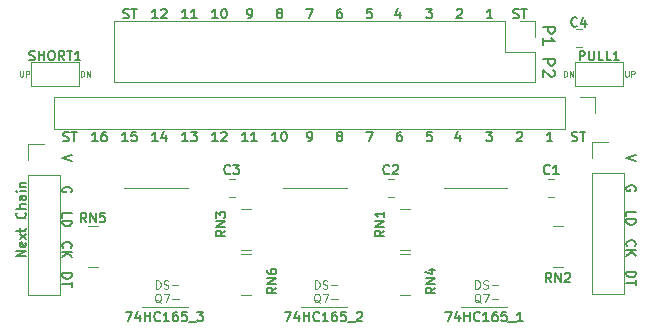
<source format=gbr>
%TF.GenerationSoftware,KiCad,Pcbnew,(6.0.2)*%
%TF.CreationDate,2022-04-10T16:45:17+09:00*%
%TF.ProjectId,joystick-input,6a6f7973-7469-4636-9b2d-696e7075742e,rev?*%
%TF.SameCoordinates,Original*%
%TF.FileFunction,Legend,Top*%
%TF.FilePolarity,Positive*%
%FSLAX46Y46*%
G04 Gerber Fmt 4.6, Leading zero omitted, Abs format (unit mm)*
G04 Created by KiCad (PCBNEW (6.0.2)) date 2022-04-10 16:45:17*
%MOMM*%
%LPD*%
G01*
G04 APERTURE LIST*
%ADD10C,0.150000*%
%ADD11C,0.100000*%
%ADD12C,0.125000*%
%ADD13C,0.120000*%
G04 APERTURE END LIST*
D10*
X116897095Y-81521333D02*
X116097095Y-81788000D01*
X116897095Y-82054666D01*
X116179666Y-80333809D02*
X116293952Y-80371904D01*
X116484428Y-80371904D01*
X116560619Y-80333809D01*
X116598714Y-80295714D01*
X116636809Y-80219523D01*
X116636809Y-80143333D01*
X116598714Y-80067142D01*
X116560619Y-80029047D01*
X116484428Y-79990952D01*
X116332047Y-79952857D01*
X116255857Y-79914761D01*
X116217761Y-79876666D01*
X116179666Y-79800476D01*
X116179666Y-79724285D01*
X116217761Y-79648095D01*
X116255857Y-79610000D01*
X116332047Y-79571904D01*
X116522523Y-79571904D01*
X116636809Y-79610000D01*
X116865380Y-79571904D02*
X117322523Y-79571904D01*
X117093952Y-80371904D02*
X117093952Y-79571904D01*
X164649095Y-81521333D02*
X163849095Y-81788000D01*
X164649095Y-82054666D01*
D11*
X124018000Y-92844166D02*
X124018000Y-92144166D01*
X124184666Y-92144166D01*
X124284666Y-92177500D01*
X124351333Y-92244166D01*
X124384666Y-92310833D01*
X124418000Y-92444166D01*
X124418000Y-92544166D01*
X124384666Y-92677500D01*
X124351333Y-92744166D01*
X124284666Y-92810833D01*
X124184666Y-92844166D01*
X124018000Y-92844166D01*
X124684666Y-92810833D02*
X124784666Y-92844166D01*
X124951333Y-92844166D01*
X125018000Y-92810833D01*
X125051333Y-92777500D01*
X125084666Y-92710833D01*
X125084666Y-92644166D01*
X125051333Y-92577500D01*
X125018000Y-92544166D01*
X124951333Y-92510833D01*
X124818000Y-92477500D01*
X124751333Y-92444166D01*
X124718000Y-92410833D01*
X124684666Y-92344166D01*
X124684666Y-92277500D01*
X124718000Y-92210833D01*
X124751333Y-92177500D01*
X124818000Y-92144166D01*
X124984666Y-92144166D01*
X125084666Y-92177500D01*
X125384666Y-92577500D02*
X125918000Y-92577500D01*
X124468000Y-94037833D02*
X124401333Y-94004500D01*
X124334666Y-93937833D01*
X124234666Y-93837833D01*
X124168000Y-93804500D01*
X124101333Y-93804500D01*
X124134666Y-93971166D02*
X124068000Y-93937833D01*
X124001333Y-93871166D01*
X123968000Y-93737833D01*
X123968000Y-93504500D01*
X124001333Y-93371166D01*
X124068000Y-93304500D01*
X124134666Y-93271166D01*
X124268000Y-93271166D01*
X124334666Y-93304500D01*
X124401333Y-93371166D01*
X124434666Y-93504500D01*
X124434666Y-93737833D01*
X124401333Y-93871166D01*
X124334666Y-93937833D01*
X124268000Y-93971166D01*
X124134666Y-93971166D01*
X124668000Y-93271166D02*
X125134666Y-93271166D01*
X124834666Y-93971166D01*
X125401333Y-93704500D02*
X125934666Y-93704500D01*
X151069000Y-92844166D02*
X151069000Y-92144166D01*
X151235666Y-92144166D01*
X151335666Y-92177500D01*
X151402333Y-92244166D01*
X151435666Y-92310833D01*
X151469000Y-92444166D01*
X151469000Y-92544166D01*
X151435666Y-92677500D01*
X151402333Y-92744166D01*
X151335666Y-92810833D01*
X151235666Y-92844166D01*
X151069000Y-92844166D01*
X151735666Y-92810833D02*
X151835666Y-92844166D01*
X152002333Y-92844166D01*
X152069000Y-92810833D01*
X152102333Y-92777500D01*
X152135666Y-92710833D01*
X152135666Y-92644166D01*
X152102333Y-92577500D01*
X152069000Y-92544166D01*
X152002333Y-92510833D01*
X151869000Y-92477500D01*
X151802333Y-92444166D01*
X151769000Y-92410833D01*
X151735666Y-92344166D01*
X151735666Y-92277500D01*
X151769000Y-92210833D01*
X151802333Y-92177500D01*
X151869000Y-92144166D01*
X152035666Y-92144166D01*
X152135666Y-92177500D01*
X152435666Y-92577500D02*
X152969000Y-92577500D01*
X151519000Y-94037833D02*
X151452333Y-94004500D01*
X151385666Y-93937833D01*
X151285666Y-93837833D01*
X151219000Y-93804500D01*
X151152333Y-93804500D01*
X151185666Y-93971166D02*
X151119000Y-93937833D01*
X151052333Y-93871166D01*
X151019000Y-93737833D01*
X151019000Y-93504500D01*
X151052333Y-93371166D01*
X151119000Y-93304500D01*
X151185666Y-93271166D01*
X151319000Y-93271166D01*
X151385666Y-93304500D01*
X151452333Y-93371166D01*
X151485666Y-93504500D01*
X151485666Y-93737833D01*
X151452333Y-93871166D01*
X151385666Y-93937833D01*
X151319000Y-93971166D01*
X151185666Y-93971166D01*
X151719000Y-93271166D02*
X152185666Y-93271166D01*
X151885666Y-93971166D01*
X152452333Y-93704500D02*
X152985666Y-93704500D01*
D10*
X119100619Y-80371904D02*
X118643476Y-80371904D01*
X118872047Y-80371904D02*
X118872047Y-79571904D01*
X118795857Y-79686190D01*
X118719666Y-79762380D01*
X118643476Y-79800476D01*
X119786333Y-79571904D02*
X119633952Y-79571904D01*
X119557761Y-79610000D01*
X119519666Y-79648095D01*
X119443476Y-79762380D01*
X119405380Y-79914761D01*
X119405380Y-80219523D01*
X119443476Y-80295714D01*
X119481571Y-80333809D01*
X119557761Y-80371904D01*
X119710142Y-80371904D01*
X119786333Y-80333809D01*
X119824428Y-80295714D01*
X119862523Y-80219523D01*
X119862523Y-80029047D01*
X119824428Y-79952857D01*
X119786333Y-79914761D01*
X119710142Y-79876666D01*
X119557761Y-79876666D01*
X119481571Y-79914761D01*
X119443476Y-79952857D01*
X119405380Y-80029047D01*
X126720619Y-80371904D02*
X126263476Y-80371904D01*
X126492047Y-80371904D02*
X126492047Y-79571904D01*
X126415857Y-79686190D01*
X126339666Y-79762380D01*
X126263476Y-79800476D01*
X126987285Y-79571904D02*
X127482523Y-79571904D01*
X127215857Y-79876666D01*
X127330142Y-79876666D01*
X127406333Y-79914761D01*
X127444428Y-79952857D01*
X127482523Y-80029047D01*
X127482523Y-80219523D01*
X127444428Y-80295714D01*
X127406333Y-80333809D01*
X127330142Y-80371904D01*
X127101571Y-80371904D01*
X127025380Y-80333809D01*
X126987285Y-80295714D01*
X129260619Y-69957904D02*
X128803476Y-69957904D01*
X129032047Y-69957904D02*
X129032047Y-69157904D01*
X128955857Y-69272190D01*
X128879666Y-69348380D01*
X128803476Y-69386476D01*
X129755857Y-69157904D02*
X129832047Y-69157904D01*
X129908238Y-69196000D01*
X129946333Y-69234095D01*
X129984428Y-69310285D01*
X130022523Y-69462666D01*
X130022523Y-69653142D01*
X129984428Y-69805523D01*
X129946333Y-69881714D01*
X129908238Y-69919809D01*
X129832047Y-69957904D01*
X129755857Y-69957904D01*
X129679666Y-69919809D01*
X129641571Y-69881714D01*
X129603476Y-69805523D01*
X129565380Y-69653142D01*
X129565380Y-69462666D01*
X129603476Y-69310285D01*
X129641571Y-69234095D01*
X129679666Y-69196000D01*
X129755857Y-69157904D01*
X134416809Y-69500761D02*
X134340619Y-69462666D01*
X134302523Y-69424571D01*
X134264428Y-69348380D01*
X134264428Y-69310285D01*
X134302523Y-69234095D01*
X134340619Y-69196000D01*
X134416809Y-69157904D01*
X134569190Y-69157904D01*
X134645380Y-69196000D01*
X134683476Y-69234095D01*
X134721571Y-69310285D01*
X134721571Y-69348380D01*
X134683476Y-69424571D01*
X134645380Y-69462666D01*
X134569190Y-69500761D01*
X134416809Y-69500761D01*
X134340619Y-69538857D01*
X134302523Y-69576952D01*
X134264428Y-69653142D01*
X134264428Y-69805523D01*
X134302523Y-69881714D01*
X134340619Y-69919809D01*
X134416809Y-69957904D01*
X134569190Y-69957904D01*
X134645380Y-69919809D01*
X134683476Y-69881714D01*
X134721571Y-69805523D01*
X134721571Y-69653142D01*
X134683476Y-69576952D01*
X134645380Y-69538857D01*
X134569190Y-69500761D01*
X139725380Y-69157904D02*
X139573000Y-69157904D01*
X139496809Y-69196000D01*
X139458714Y-69234095D01*
X139382523Y-69348380D01*
X139344428Y-69500761D01*
X139344428Y-69805523D01*
X139382523Y-69881714D01*
X139420619Y-69919809D01*
X139496809Y-69957904D01*
X139649190Y-69957904D01*
X139725380Y-69919809D01*
X139763476Y-69881714D01*
X139801571Y-69805523D01*
X139801571Y-69615047D01*
X139763476Y-69538857D01*
X139725380Y-69500761D01*
X139649190Y-69462666D01*
X139496809Y-69462666D01*
X139420619Y-69500761D01*
X139382523Y-69538857D01*
X139344428Y-69615047D01*
X136766333Y-69157904D02*
X137299666Y-69157904D01*
X136956809Y-69957904D01*
X131800619Y-69957904D02*
X131953000Y-69957904D01*
X132029190Y-69919809D01*
X132067285Y-69881714D01*
X132143476Y-69767428D01*
X132181571Y-69615047D01*
X132181571Y-69310285D01*
X132143476Y-69234095D01*
X132105380Y-69196000D01*
X132029190Y-69157904D01*
X131876809Y-69157904D01*
X131800619Y-69196000D01*
X131762523Y-69234095D01*
X131724428Y-69310285D01*
X131724428Y-69500761D01*
X131762523Y-69576952D01*
X131800619Y-69615047D01*
X131876809Y-69653142D01*
X132029190Y-69653142D01*
X132105380Y-69615047D01*
X132143476Y-69576952D01*
X132181571Y-69500761D01*
X144678380Y-69424571D02*
X144678380Y-69957904D01*
X144487904Y-69119809D02*
X144297428Y-69691238D01*
X144792666Y-69691238D01*
X149504428Y-69234095D02*
X149542523Y-69196000D01*
X149618714Y-69157904D01*
X149809190Y-69157904D01*
X149885380Y-69196000D01*
X149923476Y-69234095D01*
X149961571Y-69310285D01*
X149961571Y-69386476D01*
X149923476Y-69500761D01*
X149466333Y-69957904D01*
X149961571Y-69957904D01*
X152501571Y-69957904D02*
X152044428Y-69957904D01*
X152273000Y-69957904D02*
X152273000Y-69157904D01*
X152196809Y-69272190D01*
X152120619Y-69348380D01*
X152044428Y-69386476D01*
X142303476Y-69157904D02*
X141922523Y-69157904D01*
X141884428Y-69538857D01*
X141922523Y-69500761D01*
X141998714Y-69462666D01*
X142189190Y-69462666D01*
X142265380Y-69500761D01*
X142303476Y-69538857D01*
X142341571Y-69615047D01*
X142341571Y-69805523D01*
X142303476Y-69881714D01*
X142265380Y-69919809D01*
X142189190Y-69957904D01*
X141998714Y-69957904D01*
X141922523Y-69919809D01*
X141884428Y-69881714D01*
X126720619Y-69957904D02*
X126263476Y-69957904D01*
X126492047Y-69957904D02*
X126492047Y-69157904D01*
X126415857Y-69272190D01*
X126339666Y-69348380D01*
X126263476Y-69386476D01*
X127482523Y-69957904D02*
X127025380Y-69957904D01*
X127253952Y-69957904D02*
X127253952Y-69157904D01*
X127177761Y-69272190D01*
X127101571Y-69348380D01*
X127025380Y-69386476D01*
X124180619Y-69957904D02*
X123723476Y-69957904D01*
X123952047Y-69957904D02*
X123952047Y-69157904D01*
X123875857Y-69272190D01*
X123799666Y-69348380D01*
X123723476Y-69386476D01*
X124485380Y-69234095D02*
X124523476Y-69196000D01*
X124599666Y-69157904D01*
X124790142Y-69157904D01*
X124866333Y-69196000D01*
X124904428Y-69234095D01*
X124942523Y-69310285D01*
X124942523Y-69386476D01*
X124904428Y-69500761D01*
X124447285Y-69957904D01*
X124942523Y-69957904D01*
X154279666Y-69919809D02*
X154393952Y-69957904D01*
X154584428Y-69957904D01*
X154660619Y-69919809D01*
X154698714Y-69881714D01*
X154736809Y-69805523D01*
X154736809Y-69729333D01*
X154698714Y-69653142D01*
X154660619Y-69615047D01*
X154584428Y-69576952D01*
X154432047Y-69538857D01*
X154355857Y-69500761D01*
X154317761Y-69462666D01*
X154279666Y-69386476D01*
X154279666Y-69310285D01*
X154317761Y-69234095D01*
X154355857Y-69196000D01*
X154432047Y-69157904D01*
X154622523Y-69157904D01*
X154736809Y-69196000D01*
X154965380Y-69157904D02*
X155422523Y-69157904D01*
X155193952Y-69957904D02*
X155193952Y-69157904D01*
X146926333Y-69157904D02*
X147421571Y-69157904D01*
X147154904Y-69462666D01*
X147269190Y-69462666D01*
X147345380Y-69500761D01*
X147383476Y-69538857D01*
X147421571Y-69615047D01*
X147421571Y-69805523D01*
X147383476Y-69881714D01*
X147345380Y-69919809D01*
X147269190Y-69957904D01*
X147040619Y-69957904D01*
X146964428Y-69919809D01*
X146926333Y-69881714D01*
X121259666Y-69919809D02*
X121373952Y-69957904D01*
X121564428Y-69957904D01*
X121640619Y-69919809D01*
X121678714Y-69881714D01*
X121716809Y-69805523D01*
X121716809Y-69729333D01*
X121678714Y-69653142D01*
X121640619Y-69615047D01*
X121564428Y-69576952D01*
X121412047Y-69538857D01*
X121335857Y-69500761D01*
X121297761Y-69462666D01*
X121259666Y-69386476D01*
X121259666Y-69310285D01*
X121297761Y-69234095D01*
X121335857Y-69196000D01*
X121412047Y-69157904D01*
X121602523Y-69157904D01*
X121716809Y-69196000D01*
X121945380Y-69157904D02*
X122402523Y-69157904D01*
X122173952Y-69957904D02*
X122173952Y-69157904D01*
X141846333Y-79571904D02*
X142379666Y-79571904D01*
X142036809Y-80371904D01*
X154584428Y-79648095D02*
X154622523Y-79610000D01*
X154698714Y-79571904D01*
X154889190Y-79571904D01*
X154965380Y-79610000D01*
X155003476Y-79648095D01*
X155041571Y-79724285D01*
X155041571Y-79800476D01*
X155003476Y-79914761D01*
X154546333Y-80371904D01*
X155041571Y-80371904D01*
X157581571Y-80371904D02*
X157124428Y-80371904D01*
X157353000Y-80371904D02*
X157353000Y-79571904D01*
X157276809Y-79686190D01*
X157200619Y-79762380D01*
X157124428Y-79800476D01*
X136880619Y-80371904D02*
X137033000Y-80371904D01*
X137109190Y-80333809D01*
X137147285Y-80295714D01*
X137223476Y-80181428D01*
X137261571Y-80029047D01*
X137261571Y-79724285D01*
X137223476Y-79648095D01*
X137185380Y-79610000D01*
X137109190Y-79571904D01*
X136956809Y-79571904D01*
X136880619Y-79610000D01*
X136842523Y-79648095D01*
X136804428Y-79724285D01*
X136804428Y-79914761D01*
X136842523Y-79990952D01*
X136880619Y-80029047D01*
X136956809Y-80067142D01*
X137109190Y-80067142D01*
X137185380Y-80029047D01*
X137223476Y-79990952D01*
X137261571Y-79914761D01*
X131800619Y-80371904D02*
X131343476Y-80371904D01*
X131572047Y-80371904D02*
X131572047Y-79571904D01*
X131495857Y-79686190D01*
X131419666Y-79762380D01*
X131343476Y-79800476D01*
X132562523Y-80371904D02*
X132105380Y-80371904D01*
X132333952Y-80371904D02*
X132333952Y-79571904D01*
X132257761Y-79686190D01*
X132181571Y-79762380D01*
X132105380Y-79800476D01*
X139496809Y-79914761D02*
X139420619Y-79876666D01*
X139382523Y-79838571D01*
X139344428Y-79762380D01*
X139344428Y-79724285D01*
X139382523Y-79648095D01*
X139420619Y-79610000D01*
X139496809Y-79571904D01*
X139649190Y-79571904D01*
X139725380Y-79610000D01*
X139763476Y-79648095D01*
X139801571Y-79724285D01*
X139801571Y-79762380D01*
X139763476Y-79838571D01*
X139725380Y-79876666D01*
X139649190Y-79914761D01*
X139496809Y-79914761D01*
X139420619Y-79952857D01*
X139382523Y-79990952D01*
X139344428Y-80067142D01*
X139344428Y-80219523D01*
X139382523Y-80295714D01*
X139420619Y-80333809D01*
X139496809Y-80371904D01*
X139649190Y-80371904D01*
X139725380Y-80333809D01*
X139763476Y-80295714D01*
X139801571Y-80219523D01*
X139801571Y-80067142D01*
X139763476Y-79990952D01*
X139725380Y-79952857D01*
X139649190Y-79914761D01*
X134340619Y-80371904D02*
X133883476Y-80371904D01*
X134112047Y-80371904D02*
X134112047Y-79571904D01*
X134035857Y-79686190D01*
X133959666Y-79762380D01*
X133883476Y-79800476D01*
X134835857Y-79571904D02*
X134912047Y-79571904D01*
X134988238Y-79610000D01*
X135026333Y-79648095D01*
X135064428Y-79724285D01*
X135102523Y-79876666D01*
X135102523Y-80067142D01*
X135064428Y-80219523D01*
X135026333Y-80295714D01*
X134988238Y-80333809D01*
X134912047Y-80371904D01*
X134835857Y-80371904D01*
X134759666Y-80333809D01*
X134721571Y-80295714D01*
X134683476Y-80219523D01*
X134645380Y-80067142D01*
X134645380Y-79876666D01*
X134683476Y-79724285D01*
X134721571Y-79648095D01*
X134759666Y-79610000D01*
X134835857Y-79571904D01*
X149758380Y-79838571D02*
X149758380Y-80371904D01*
X149567904Y-79533809D02*
X149377428Y-80105238D01*
X149872666Y-80105238D01*
X129260619Y-80371904D02*
X128803476Y-80371904D01*
X129032047Y-80371904D02*
X129032047Y-79571904D01*
X128955857Y-79686190D01*
X128879666Y-79762380D01*
X128803476Y-79800476D01*
X129565380Y-79648095D02*
X129603476Y-79610000D01*
X129679666Y-79571904D01*
X129870142Y-79571904D01*
X129946333Y-79610000D01*
X129984428Y-79648095D01*
X130022523Y-79724285D01*
X130022523Y-79800476D01*
X129984428Y-79914761D01*
X129527285Y-80371904D01*
X130022523Y-80371904D01*
X159232666Y-80333809D02*
X159346952Y-80371904D01*
X159537428Y-80371904D01*
X159613619Y-80333809D01*
X159651714Y-80295714D01*
X159689809Y-80219523D01*
X159689809Y-80143333D01*
X159651714Y-80067142D01*
X159613619Y-80029047D01*
X159537428Y-79990952D01*
X159385047Y-79952857D01*
X159308857Y-79914761D01*
X159270761Y-79876666D01*
X159232666Y-79800476D01*
X159232666Y-79724285D01*
X159270761Y-79648095D01*
X159308857Y-79610000D01*
X159385047Y-79571904D01*
X159575523Y-79571904D01*
X159689809Y-79610000D01*
X159918380Y-79571904D02*
X160375523Y-79571904D01*
X160146952Y-80371904D02*
X160146952Y-79571904D01*
X152006333Y-79571904D02*
X152501571Y-79571904D01*
X152234904Y-79876666D01*
X152349190Y-79876666D01*
X152425380Y-79914761D01*
X152463476Y-79952857D01*
X152501571Y-80029047D01*
X152501571Y-80219523D01*
X152463476Y-80295714D01*
X152425380Y-80333809D01*
X152349190Y-80371904D01*
X152120619Y-80371904D01*
X152044428Y-80333809D01*
X152006333Y-80295714D01*
X147383476Y-79571904D02*
X147002523Y-79571904D01*
X146964428Y-79952857D01*
X147002523Y-79914761D01*
X147078714Y-79876666D01*
X147269190Y-79876666D01*
X147345380Y-79914761D01*
X147383476Y-79952857D01*
X147421571Y-80029047D01*
X147421571Y-80219523D01*
X147383476Y-80295714D01*
X147345380Y-80333809D01*
X147269190Y-80371904D01*
X147078714Y-80371904D01*
X147002523Y-80333809D01*
X146964428Y-80295714D01*
X144805380Y-79571904D02*
X144653000Y-79571904D01*
X144576809Y-79610000D01*
X144538714Y-79648095D01*
X144462523Y-79762380D01*
X144424428Y-79914761D01*
X144424428Y-80219523D01*
X144462523Y-80295714D01*
X144500619Y-80333809D01*
X144576809Y-80371904D01*
X144729190Y-80371904D01*
X144805380Y-80333809D01*
X144843476Y-80295714D01*
X144881571Y-80219523D01*
X144881571Y-80029047D01*
X144843476Y-79952857D01*
X144805380Y-79914761D01*
X144729190Y-79876666D01*
X144576809Y-79876666D01*
X144500619Y-79914761D01*
X144462523Y-79952857D01*
X144424428Y-80029047D01*
X113010904Y-90099761D02*
X112210904Y-90099761D01*
X113010904Y-89642619D01*
X112210904Y-89642619D01*
X112972809Y-88956904D02*
X113010904Y-89033095D01*
X113010904Y-89185476D01*
X112972809Y-89261666D01*
X112896619Y-89299761D01*
X112591857Y-89299761D01*
X112515666Y-89261666D01*
X112477571Y-89185476D01*
X112477571Y-89033095D01*
X112515666Y-88956904D01*
X112591857Y-88918809D01*
X112668047Y-88918809D01*
X112744238Y-89299761D01*
X113010904Y-88652142D02*
X112477571Y-88233095D01*
X112477571Y-88652142D02*
X113010904Y-88233095D01*
X112477571Y-88042619D02*
X112477571Y-87737857D01*
X112210904Y-87928333D02*
X112896619Y-87928333D01*
X112972809Y-87890238D01*
X113010904Y-87814047D01*
X113010904Y-87737857D01*
X112934714Y-86404523D02*
X112972809Y-86442619D01*
X113010904Y-86556904D01*
X113010904Y-86633095D01*
X112972809Y-86747380D01*
X112896619Y-86823571D01*
X112820428Y-86861666D01*
X112668047Y-86899761D01*
X112553761Y-86899761D01*
X112401380Y-86861666D01*
X112325190Y-86823571D01*
X112249000Y-86747380D01*
X112210904Y-86633095D01*
X112210904Y-86556904D01*
X112249000Y-86442619D01*
X112287095Y-86404523D01*
X113010904Y-86061666D02*
X112210904Y-86061666D01*
X113010904Y-85718809D02*
X112591857Y-85718809D01*
X112515666Y-85756904D01*
X112477571Y-85833095D01*
X112477571Y-85947380D01*
X112515666Y-86023571D01*
X112553761Y-86061666D01*
X113010904Y-84995000D02*
X112591857Y-84995000D01*
X112515666Y-85033095D01*
X112477571Y-85109285D01*
X112477571Y-85261666D01*
X112515666Y-85337857D01*
X112972809Y-84995000D02*
X113010904Y-85071190D01*
X113010904Y-85261666D01*
X112972809Y-85337857D01*
X112896619Y-85375952D01*
X112820428Y-85375952D01*
X112744238Y-85337857D01*
X112706142Y-85261666D01*
X112706142Y-85071190D01*
X112668047Y-84995000D01*
X113010904Y-84614047D02*
X112477571Y-84614047D01*
X112210904Y-84614047D02*
X112249000Y-84652142D01*
X112287095Y-84614047D01*
X112249000Y-84575952D01*
X112210904Y-84614047D01*
X112287095Y-84614047D01*
X112477571Y-84233095D02*
X113010904Y-84233095D01*
X112553761Y-84233095D02*
X112515666Y-84195000D01*
X112477571Y-84118809D01*
X112477571Y-84004523D01*
X112515666Y-83928333D01*
X112591857Y-83890238D01*
X113010904Y-83890238D01*
X156773619Y-70675761D02*
X157773619Y-70675761D01*
X157773619Y-71056714D01*
X157726000Y-71151952D01*
X157678380Y-71199571D01*
X157583142Y-71247190D01*
X157440285Y-71247190D01*
X157345047Y-71199571D01*
X157297428Y-71151952D01*
X157249809Y-71056714D01*
X157249809Y-70675761D01*
X156773619Y-72199571D02*
X156773619Y-71628142D01*
X156773619Y-71913857D02*
X157773619Y-71913857D01*
X157630761Y-71818619D01*
X157535523Y-71723380D01*
X157487904Y-71628142D01*
X156773619Y-73390047D02*
X157773619Y-73390047D01*
X157773619Y-73771000D01*
X157726000Y-73866238D01*
X157678380Y-73913857D01*
X157583142Y-73961476D01*
X157440285Y-73961476D01*
X157345047Y-73913857D01*
X157297428Y-73866238D01*
X157249809Y-73771000D01*
X157249809Y-73390047D01*
X157678380Y-74342428D02*
X157726000Y-74390047D01*
X157773619Y-74485285D01*
X157773619Y-74723380D01*
X157726000Y-74818619D01*
X157678380Y-74866238D01*
X157583142Y-74913857D01*
X157487904Y-74913857D01*
X157345047Y-74866238D01*
X156773619Y-74294809D01*
X156773619Y-74913857D01*
X116173285Y-89382619D02*
X116135190Y-89344523D01*
X116097095Y-89230238D01*
X116097095Y-89154047D01*
X116135190Y-89039761D01*
X116211380Y-88963571D01*
X116287571Y-88925476D01*
X116439952Y-88887380D01*
X116554238Y-88887380D01*
X116706619Y-88925476D01*
X116782809Y-88963571D01*
X116859000Y-89039761D01*
X116897095Y-89154047D01*
X116897095Y-89230238D01*
X116859000Y-89344523D01*
X116820904Y-89382619D01*
X116097095Y-89725476D02*
X116897095Y-89725476D01*
X116097095Y-90182619D02*
X116554238Y-89839761D01*
X116897095Y-90182619D02*
X116439952Y-89725476D01*
X116097095Y-91560714D02*
X116897095Y-91560714D01*
X116897095Y-91751190D01*
X116859000Y-91865476D01*
X116782809Y-91941666D01*
X116706619Y-91979761D01*
X116554238Y-92017857D01*
X116439952Y-92017857D01*
X116287571Y-91979761D01*
X116211380Y-91941666D01*
X116135190Y-91865476D01*
X116097095Y-91751190D01*
X116097095Y-91560714D01*
X116897095Y-92246428D02*
X116897095Y-92703571D01*
X116097095Y-92475000D02*
X116897095Y-92475000D01*
X116097095Y-86842619D02*
X116097095Y-86461666D01*
X116897095Y-86461666D01*
X116097095Y-87109285D02*
X116897095Y-87109285D01*
X116897095Y-87299761D01*
X116859000Y-87414047D01*
X116782809Y-87490238D01*
X116706619Y-87528333D01*
X116554238Y-87566428D01*
X116439952Y-87566428D01*
X116287571Y-87528333D01*
X116211380Y-87490238D01*
X116135190Y-87414047D01*
X116097095Y-87299761D01*
X116097095Y-87109285D01*
D11*
X137480000Y-92844166D02*
X137480000Y-92144166D01*
X137646666Y-92144166D01*
X137746666Y-92177500D01*
X137813333Y-92244166D01*
X137846666Y-92310833D01*
X137880000Y-92444166D01*
X137880000Y-92544166D01*
X137846666Y-92677500D01*
X137813333Y-92744166D01*
X137746666Y-92810833D01*
X137646666Y-92844166D01*
X137480000Y-92844166D01*
X138146666Y-92810833D02*
X138246666Y-92844166D01*
X138413333Y-92844166D01*
X138480000Y-92810833D01*
X138513333Y-92777500D01*
X138546666Y-92710833D01*
X138546666Y-92644166D01*
X138513333Y-92577500D01*
X138480000Y-92544166D01*
X138413333Y-92510833D01*
X138280000Y-92477500D01*
X138213333Y-92444166D01*
X138180000Y-92410833D01*
X138146666Y-92344166D01*
X138146666Y-92277500D01*
X138180000Y-92210833D01*
X138213333Y-92177500D01*
X138280000Y-92144166D01*
X138446666Y-92144166D01*
X138546666Y-92177500D01*
X138846666Y-92577500D02*
X139380000Y-92577500D01*
X137930000Y-94037833D02*
X137863333Y-94004500D01*
X137796666Y-93937833D01*
X137696666Y-93837833D01*
X137630000Y-93804500D01*
X137563333Y-93804500D01*
X137596666Y-93971166D02*
X137530000Y-93937833D01*
X137463333Y-93871166D01*
X137430000Y-93737833D01*
X137430000Y-93504500D01*
X137463333Y-93371166D01*
X137530000Y-93304500D01*
X137596666Y-93271166D01*
X137730000Y-93271166D01*
X137796666Y-93304500D01*
X137863333Y-93371166D01*
X137896666Y-93504500D01*
X137896666Y-93737833D01*
X137863333Y-93871166D01*
X137796666Y-93937833D01*
X137730000Y-93971166D01*
X137596666Y-93971166D01*
X138130000Y-93271166D02*
X138596666Y-93271166D01*
X138296666Y-93971166D01*
X138863333Y-93704500D02*
X139396666Y-93704500D01*
D10*
X163849095Y-86715619D02*
X163849095Y-86334666D01*
X164649095Y-86334666D01*
X163849095Y-86982285D02*
X164649095Y-86982285D01*
X164649095Y-87172761D01*
X164611000Y-87287047D01*
X164534809Y-87363238D01*
X164458619Y-87401333D01*
X164306238Y-87439428D01*
X164191952Y-87439428D01*
X164039571Y-87401333D01*
X163963380Y-87363238D01*
X163887190Y-87287047D01*
X163849095Y-87172761D01*
X163849095Y-86982285D01*
X124180619Y-80371904D02*
X123723476Y-80371904D01*
X123952047Y-80371904D02*
X123952047Y-79571904D01*
X123875857Y-79686190D01*
X123799666Y-79762380D01*
X123723476Y-79800476D01*
X124866333Y-79838571D02*
X124866333Y-80371904D01*
X124675857Y-79533809D02*
X124485380Y-80105238D01*
X124980619Y-80105238D01*
X163925285Y-89255619D02*
X163887190Y-89217523D01*
X163849095Y-89103238D01*
X163849095Y-89027047D01*
X163887190Y-88912761D01*
X163963380Y-88836571D01*
X164039571Y-88798476D01*
X164191952Y-88760380D01*
X164306238Y-88760380D01*
X164458619Y-88798476D01*
X164534809Y-88836571D01*
X164611000Y-88912761D01*
X164649095Y-89027047D01*
X164649095Y-89103238D01*
X164611000Y-89217523D01*
X164572904Y-89255619D01*
X163849095Y-89598476D02*
X164649095Y-89598476D01*
X163849095Y-90055619D02*
X164306238Y-89712761D01*
X164649095Y-90055619D02*
X164191952Y-89598476D01*
X164611000Y-84537523D02*
X164649095Y-84461333D01*
X164649095Y-84347047D01*
X164611000Y-84232761D01*
X164534809Y-84156571D01*
X164458619Y-84118476D01*
X164306238Y-84080380D01*
X164191952Y-84080380D01*
X164039571Y-84118476D01*
X163963380Y-84156571D01*
X163887190Y-84232761D01*
X163849095Y-84347047D01*
X163849095Y-84423238D01*
X163887190Y-84537523D01*
X163925285Y-84575619D01*
X164191952Y-84575619D01*
X164191952Y-84423238D01*
X116859000Y-84664523D02*
X116897095Y-84588333D01*
X116897095Y-84474047D01*
X116859000Y-84359761D01*
X116782809Y-84283571D01*
X116706619Y-84245476D01*
X116554238Y-84207380D01*
X116439952Y-84207380D01*
X116287571Y-84245476D01*
X116211380Y-84283571D01*
X116135190Y-84359761D01*
X116097095Y-84474047D01*
X116097095Y-84550238D01*
X116135190Y-84664523D01*
X116173285Y-84702619D01*
X116439952Y-84702619D01*
X116439952Y-84550238D01*
X163849095Y-91433714D02*
X164649095Y-91433714D01*
X164649095Y-91624190D01*
X164611000Y-91738476D01*
X164534809Y-91814666D01*
X164458619Y-91852761D01*
X164306238Y-91890857D01*
X164191952Y-91890857D01*
X164039571Y-91852761D01*
X163963380Y-91814666D01*
X163887190Y-91738476D01*
X163849095Y-91624190D01*
X163849095Y-91433714D01*
X164649095Y-92119428D02*
X164649095Y-92576571D01*
X163849095Y-92348000D02*
X164649095Y-92348000D01*
X121640619Y-80371904D02*
X121183476Y-80371904D01*
X121412047Y-80371904D02*
X121412047Y-79571904D01*
X121335857Y-79686190D01*
X121259666Y-79762380D01*
X121183476Y-79800476D01*
X122364428Y-79571904D02*
X121983476Y-79571904D01*
X121945380Y-79952857D01*
X121983476Y-79914761D01*
X122059666Y-79876666D01*
X122250142Y-79876666D01*
X122326333Y-79914761D01*
X122364428Y-79952857D01*
X122402523Y-80029047D01*
X122402523Y-80219523D01*
X122364428Y-80295714D01*
X122326333Y-80333809D01*
X122250142Y-80371904D01*
X122059666Y-80371904D01*
X121983476Y-80333809D01*
X121945380Y-80295714D01*
%TO.C,RN2*%
X157499119Y-92309904D02*
X157232452Y-91928952D01*
X157041976Y-92309904D02*
X157041976Y-91509904D01*
X157346738Y-91509904D01*
X157422928Y-91548000D01*
X157461023Y-91586095D01*
X157499119Y-91662285D01*
X157499119Y-91776571D01*
X157461023Y-91852761D01*
X157422928Y-91890857D01*
X157346738Y-91928952D01*
X157041976Y-91928952D01*
X157841976Y-92309904D02*
X157841976Y-91509904D01*
X158299119Y-92309904D01*
X158299119Y-91509904D01*
X158641976Y-91586095D02*
X158680071Y-91548000D01*
X158756261Y-91509904D01*
X158946738Y-91509904D01*
X159022928Y-91548000D01*
X159061023Y-91586095D01*
X159099119Y-91662285D01*
X159099119Y-91738476D01*
X159061023Y-91852761D01*
X158603880Y-92309904D01*
X159099119Y-92309904D01*
%TO.C,RN1*%
X143363904Y-87928380D02*
X142982952Y-88195047D01*
X143363904Y-88385523D02*
X142563904Y-88385523D01*
X142563904Y-88080761D01*
X142602000Y-88004571D01*
X142640095Y-87966476D01*
X142716285Y-87928380D01*
X142830571Y-87928380D01*
X142906761Y-87966476D01*
X142944857Y-88004571D01*
X142982952Y-88080761D01*
X142982952Y-88385523D01*
X143363904Y-87585523D02*
X142563904Y-87585523D01*
X143363904Y-87128380D01*
X142563904Y-87128380D01*
X143363904Y-86328380D02*
X143363904Y-86785523D01*
X143363904Y-86556952D02*
X142563904Y-86556952D01*
X142678190Y-86633142D01*
X142754380Y-86709333D01*
X142792476Y-86785523D01*
%TO.C,RN4*%
X147681904Y-92754380D02*
X147300952Y-93021047D01*
X147681904Y-93211523D02*
X146881904Y-93211523D01*
X146881904Y-92906761D01*
X146920000Y-92830571D01*
X146958095Y-92792476D01*
X147034285Y-92754380D01*
X147148571Y-92754380D01*
X147224761Y-92792476D01*
X147262857Y-92830571D01*
X147300952Y-92906761D01*
X147300952Y-93211523D01*
X147681904Y-92411523D02*
X146881904Y-92411523D01*
X147681904Y-91954380D01*
X146881904Y-91954380D01*
X147148571Y-91230571D02*
X147681904Y-91230571D01*
X146843809Y-91421047D02*
X147415238Y-91611523D01*
X147415238Y-91116285D01*
%TO.C,RN5*%
X118129119Y-87229904D02*
X117862452Y-86848952D01*
X117671976Y-87229904D02*
X117671976Y-86429904D01*
X117976738Y-86429904D01*
X118052928Y-86468000D01*
X118091023Y-86506095D01*
X118129119Y-86582285D01*
X118129119Y-86696571D01*
X118091023Y-86772761D01*
X118052928Y-86810857D01*
X117976738Y-86848952D01*
X117671976Y-86848952D01*
X118471976Y-87229904D02*
X118471976Y-86429904D01*
X118929119Y-87229904D01*
X118929119Y-86429904D01*
X119691023Y-86429904D02*
X119310071Y-86429904D01*
X119271976Y-86810857D01*
X119310071Y-86772761D01*
X119386261Y-86734666D01*
X119576738Y-86734666D01*
X119652928Y-86772761D01*
X119691023Y-86810857D01*
X119729119Y-86887047D01*
X119729119Y-87077523D01*
X119691023Y-87153714D01*
X119652928Y-87191809D01*
X119576738Y-87229904D01*
X119386261Y-87229904D01*
X119310071Y-87191809D01*
X119271976Y-87153714D01*
%TO.C,RN3*%
X129901904Y-87928380D02*
X129520952Y-88195047D01*
X129901904Y-88385523D02*
X129101904Y-88385523D01*
X129101904Y-88080761D01*
X129140000Y-88004571D01*
X129178095Y-87966476D01*
X129254285Y-87928380D01*
X129368571Y-87928380D01*
X129444761Y-87966476D01*
X129482857Y-88004571D01*
X129520952Y-88080761D01*
X129520952Y-88385523D01*
X129901904Y-87585523D02*
X129101904Y-87585523D01*
X129901904Y-87128380D01*
X129101904Y-87128380D01*
X129101904Y-86823619D02*
X129101904Y-86328380D01*
X129406666Y-86595047D01*
X129406666Y-86480761D01*
X129444761Y-86404571D01*
X129482857Y-86366476D01*
X129559047Y-86328380D01*
X129749523Y-86328380D01*
X129825714Y-86366476D01*
X129863809Y-86404571D01*
X129901904Y-86480761D01*
X129901904Y-86709333D01*
X129863809Y-86785523D01*
X129825714Y-86823619D01*
%TO.C,C1*%
X157346666Y-83089714D02*
X157308571Y-83127809D01*
X157194285Y-83165904D01*
X157118095Y-83165904D01*
X157003809Y-83127809D01*
X156927619Y-83051619D01*
X156889523Y-82975428D01*
X156851428Y-82823047D01*
X156851428Y-82708761D01*
X156889523Y-82556380D01*
X156927619Y-82480190D01*
X157003809Y-82404000D01*
X157118095Y-82365904D01*
X157194285Y-82365904D01*
X157308571Y-82404000D01*
X157346666Y-82442095D01*
X158108571Y-83165904D02*
X157651428Y-83165904D01*
X157880000Y-83165904D02*
X157880000Y-82365904D01*
X157803809Y-82480190D01*
X157727619Y-82556380D01*
X157651428Y-82594476D01*
%TO.C,74HC165_1*%
X148533261Y-94811904D02*
X149066595Y-94811904D01*
X148723738Y-95611904D01*
X149714214Y-95078571D02*
X149714214Y-95611904D01*
X149523738Y-94773809D02*
X149333261Y-95345238D01*
X149828500Y-95345238D01*
X150133261Y-95611904D02*
X150133261Y-94811904D01*
X150133261Y-95192857D02*
X150590404Y-95192857D01*
X150590404Y-95611904D02*
X150590404Y-94811904D01*
X151428500Y-95535714D02*
X151390404Y-95573809D01*
X151276119Y-95611904D01*
X151199928Y-95611904D01*
X151085642Y-95573809D01*
X151009452Y-95497619D01*
X150971357Y-95421428D01*
X150933261Y-95269047D01*
X150933261Y-95154761D01*
X150971357Y-95002380D01*
X151009452Y-94926190D01*
X151085642Y-94850000D01*
X151199928Y-94811904D01*
X151276119Y-94811904D01*
X151390404Y-94850000D01*
X151428500Y-94888095D01*
X152190404Y-95611904D02*
X151733261Y-95611904D01*
X151961833Y-95611904D02*
X151961833Y-94811904D01*
X151885642Y-94926190D01*
X151809452Y-95002380D01*
X151733261Y-95040476D01*
X152876119Y-94811904D02*
X152723738Y-94811904D01*
X152647547Y-94850000D01*
X152609452Y-94888095D01*
X152533261Y-95002380D01*
X152495166Y-95154761D01*
X152495166Y-95459523D01*
X152533261Y-95535714D01*
X152571357Y-95573809D01*
X152647547Y-95611904D01*
X152799928Y-95611904D01*
X152876119Y-95573809D01*
X152914214Y-95535714D01*
X152952309Y-95459523D01*
X152952309Y-95269047D01*
X152914214Y-95192857D01*
X152876119Y-95154761D01*
X152799928Y-95116666D01*
X152647547Y-95116666D01*
X152571357Y-95154761D01*
X152533261Y-95192857D01*
X152495166Y-95269047D01*
X153676119Y-94811904D02*
X153295166Y-94811904D01*
X153257071Y-95192857D01*
X153295166Y-95154761D01*
X153371357Y-95116666D01*
X153561833Y-95116666D01*
X153638023Y-95154761D01*
X153676119Y-95192857D01*
X153714214Y-95269047D01*
X153714214Y-95459523D01*
X153676119Y-95535714D01*
X153638023Y-95573809D01*
X153561833Y-95611904D01*
X153371357Y-95611904D01*
X153295166Y-95573809D01*
X153257071Y-95535714D01*
X153866595Y-95688095D02*
X154476119Y-95688095D01*
X155085642Y-95611904D02*
X154628500Y-95611904D01*
X154857071Y-95611904D02*
X154857071Y-94811904D01*
X154780880Y-94926190D01*
X154704690Y-95002380D01*
X154628500Y-95040476D01*
%TO.C,74HC165_2*%
X134944261Y-94811904D02*
X135477595Y-94811904D01*
X135134738Y-95611904D01*
X136125214Y-95078571D02*
X136125214Y-95611904D01*
X135934738Y-94773809D02*
X135744261Y-95345238D01*
X136239500Y-95345238D01*
X136544261Y-95611904D02*
X136544261Y-94811904D01*
X136544261Y-95192857D02*
X137001404Y-95192857D01*
X137001404Y-95611904D02*
X137001404Y-94811904D01*
X137839500Y-95535714D02*
X137801404Y-95573809D01*
X137687119Y-95611904D01*
X137610928Y-95611904D01*
X137496642Y-95573809D01*
X137420452Y-95497619D01*
X137382357Y-95421428D01*
X137344261Y-95269047D01*
X137344261Y-95154761D01*
X137382357Y-95002380D01*
X137420452Y-94926190D01*
X137496642Y-94850000D01*
X137610928Y-94811904D01*
X137687119Y-94811904D01*
X137801404Y-94850000D01*
X137839500Y-94888095D01*
X138601404Y-95611904D02*
X138144261Y-95611904D01*
X138372833Y-95611904D02*
X138372833Y-94811904D01*
X138296642Y-94926190D01*
X138220452Y-95002380D01*
X138144261Y-95040476D01*
X139287119Y-94811904D02*
X139134738Y-94811904D01*
X139058547Y-94850000D01*
X139020452Y-94888095D01*
X138944261Y-95002380D01*
X138906166Y-95154761D01*
X138906166Y-95459523D01*
X138944261Y-95535714D01*
X138982357Y-95573809D01*
X139058547Y-95611904D01*
X139210928Y-95611904D01*
X139287119Y-95573809D01*
X139325214Y-95535714D01*
X139363309Y-95459523D01*
X139363309Y-95269047D01*
X139325214Y-95192857D01*
X139287119Y-95154761D01*
X139210928Y-95116666D01*
X139058547Y-95116666D01*
X138982357Y-95154761D01*
X138944261Y-95192857D01*
X138906166Y-95269047D01*
X140087119Y-94811904D02*
X139706166Y-94811904D01*
X139668071Y-95192857D01*
X139706166Y-95154761D01*
X139782357Y-95116666D01*
X139972833Y-95116666D01*
X140049023Y-95154761D01*
X140087119Y-95192857D01*
X140125214Y-95269047D01*
X140125214Y-95459523D01*
X140087119Y-95535714D01*
X140049023Y-95573809D01*
X139972833Y-95611904D01*
X139782357Y-95611904D01*
X139706166Y-95573809D01*
X139668071Y-95535714D01*
X140277595Y-95688095D02*
X140887119Y-95688095D01*
X141039500Y-94888095D02*
X141077595Y-94850000D01*
X141153785Y-94811904D01*
X141344261Y-94811904D01*
X141420452Y-94850000D01*
X141458547Y-94888095D01*
X141496642Y-94964285D01*
X141496642Y-95040476D01*
X141458547Y-95154761D01*
X141001404Y-95611904D01*
X141496642Y-95611904D01*
%TO.C,74HC165_3*%
X121482261Y-94811904D02*
X122015595Y-94811904D01*
X121672738Y-95611904D01*
X122663214Y-95078571D02*
X122663214Y-95611904D01*
X122472738Y-94773809D02*
X122282261Y-95345238D01*
X122777500Y-95345238D01*
X123082261Y-95611904D02*
X123082261Y-94811904D01*
X123082261Y-95192857D02*
X123539404Y-95192857D01*
X123539404Y-95611904D02*
X123539404Y-94811904D01*
X124377500Y-95535714D02*
X124339404Y-95573809D01*
X124225119Y-95611904D01*
X124148928Y-95611904D01*
X124034642Y-95573809D01*
X123958452Y-95497619D01*
X123920357Y-95421428D01*
X123882261Y-95269047D01*
X123882261Y-95154761D01*
X123920357Y-95002380D01*
X123958452Y-94926190D01*
X124034642Y-94850000D01*
X124148928Y-94811904D01*
X124225119Y-94811904D01*
X124339404Y-94850000D01*
X124377500Y-94888095D01*
X125139404Y-95611904D02*
X124682261Y-95611904D01*
X124910833Y-95611904D02*
X124910833Y-94811904D01*
X124834642Y-94926190D01*
X124758452Y-95002380D01*
X124682261Y-95040476D01*
X125825119Y-94811904D02*
X125672738Y-94811904D01*
X125596547Y-94850000D01*
X125558452Y-94888095D01*
X125482261Y-95002380D01*
X125444166Y-95154761D01*
X125444166Y-95459523D01*
X125482261Y-95535714D01*
X125520357Y-95573809D01*
X125596547Y-95611904D01*
X125748928Y-95611904D01*
X125825119Y-95573809D01*
X125863214Y-95535714D01*
X125901309Y-95459523D01*
X125901309Y-95269047D01*
X125863214Y-95192857D01*
X125825119Y-95154761D01*
X125748928Y-95116666D01*
X125596547Y-95116666D01*
X125520357Y-95154761D01*
X125482261Y-95192857D01*
X125444166Y-95269047D01*
X126625119Y-94811904D02*
X126244166Y-94811904D01*
X126206071Y-95192857D01*
X126244166Y-95154761D01*
X126320357Y-95116666D01*
X126510833Y-95116666D01*
X126587023Y-95154761D01*
X126625119Y-95192857D01*
X126663214Y-95269047D01*
X126663214Y-95459523D01*
X126625119Y-95535714D01*
X126587023Y-95573809D01*
X126510833Y-95611904D01*
X126320357Y-95611904D01*
X126244166Y-95573809D01*
X126206071Y-95535714D01*
X126815595Y-95688095D02*
X127425119Y-95688095D01*
X127539404Y-94811904D02*
X128034642Y-94811904D01*
X127767976Y-95116666D01*
X127882261Y-95116666D01*
X127958452Y-95154761D01*
X127996547Y-95192857D01*
X128034642Y-95269047D01*
X128034642Y-95459523D01*
X127996547Y-95535714D01*
X127958452Y-95573809D01*
X127882261Y-95611904D01*
X127653690Y-95611904D01*
X127577500Y-95573809D01*
X127539404Y-95535714D01*
%TO.C,C2*%
X143757666Y-83089714D02*
X143719571Y-83127809D01*
X143605285Y-83165904D01*
X143529095Y-83165904D01*
X143414809Y-83127809D01*
X143338619Y-83051619D01*
X143300523Y-82975428D01*
X143262428Y-82823047D01*
X143262428Y-82708761D01*
X143300523Y-82556380D01*
X143338619Y-82480190D01*
X143414809Y-82404000D01*
X143529095Y-82365904D01*
X143605285Y-82365904D01*
X143719571Y-82404000D01*
X143757666Y-82442095D01*
X144062428Y-82442095D02*
X144100523Y-82404000D01*
X144176714Y-82365904D01*
X144367190Y-82365904D01*
X144443380Y-82404000D01*
X144481476Y-82442095D01*
X144519571Y-82518285D01*
X144519571Y-82594476D01*
X144481476Y-82708761D01*
X144024333Y-83165904D01*
X144519571Y-83165904D01*
%TO.C,C3*%
X130295666Y-83089714D02*
X130257571Y-83127809D01*
X130143285Y-83165904D01*
X130067095Y-83165904D01*
X129952809Y-83127809D01*
X129876619Y-83051619D01*
X129838523Y-82975428D01*
X129800428Y-82823047D01*
X129800428Y-82708761D01*
X129838523Y-82556380D01*
X129876619Y-82480190D01*
X129952809Y-82404000D01*
X130067095Y-82365904D01*
X130143285Y-82365904D01*
X130257571Y-82404000D01*
X130295666Y-82442095D01*
X130562333Y-82365904D02*
X131057571Y-82365904D01*
X130790904Y-82670666D01*
X130905190Y-82670666D01*
X130981380Y-82708761D01*
X131019476Y-82746857D01*
X131057571Y-82823047D01*
X131057571Y-83013523D01*
X131019476Y-83089714D01*
X130981380Y-83127809D01*
X130905190Y-83165904D01*
X130676619Y-83165904D01*
X130600428Y-83127809D01*
X130562333Y-83089714D01*
%TO.C,RN6*%
X134219904Y-92754380D02*
X133838952Y-93021047D01*
X134219904Y-93211523D02*
X133419904Y-93211523D01*
X133419904Y-92906761D01*
X133458000Y-92830571D01*
X133496095Y-92792476D01*
X133572285Y-92754380D01*
X133686571Y-92754380D01*
X133762761Y-92792476D01*
X133800857Y-92830571D01*
X133838952Y-92906761D01*
X133838952Y-93211523D01*
X134219904Y-92411523D02*
X133419904Y-92411523D01*
X134219904Y-91954380D01*
X133419904Y-91954380D01*
X133419904Y-91230571D02*
X133419904Y-91382952D01*
X133458000Y-91459142D01*
X133496095Y-91497238D01*
X133610380Y-91573428D01*
X133762761Y-91611523D01*
X134067523Y-91611523D01*
X134143714Y-91573428D01*
X134181809Y-91535333D01*
X134219904Y-91459142D01*
X134219904Y-91306761D01*
X134181809Y-91230571D01*
X134143714Y-91192476D01*
X134067523Y-91154380D01*
X133877047Y-91154380D01*
X133800857Y-91192476D01*
X133762761Y-91230571D01*
X133724666Y-91306761D01*
X133724666Y-91459142D01*
X133762761Y-91535333D01*
X133800857Y-91573428D01*
X133877047Y-91611523D01*
%TO.C,PULL1*%
X159886857Y-73513904D02*
X159886857Y-72713904D01*
X160191619Y-72713904D01*
X160267809Y-72752000D01*
X160305904Y-72790095D01*
X160344000Y-72866285D01*
X160344000Y-72980571D01*
X160305904Y-73056761D01*
X160267809Y-73094857D01*
X160191619Y-73132952D01*
X159886857Y-73132952D01*
X160686857Y-72713904D02*
X160686857Y-73361523D01*
X160724952Y-73437714D01*
X160763047Y-73475809D01*
X160839238Y-73513904D01*
X160991619Y-73513904D01*
X161067809Y-73475809D01*
X161105904Y-73437714D01*
X161144000Y-73361523D01*
X161144000Y-72713904D01*
X161905904Y-73513904D02*
X161524952Y-73513904D01*
X161524952Y-72713904D01*
X162553523Y-73513904D02*
X162172571Y-73513904D01*
X162172571Y-72713904D01*
X163239238Y-73513904D02*
X162782095Y-73513904D01*
X163010666Y-73513904D02*
X163010666Y-72713904D01*
X162934476Y-72828190D01*
X162858285Y-72904380D01*
X162782095Y-72942476D01*
D12*
X158551142Y-74902190D02*
X158551142Y-74402190D01*
X158670190Y-74402190D01*
X158741619Y-74426000D01*
X158789238Y-74473619D01*
X158813047Y-74521238D01*
X158836857Y-74616476D01*
X158836857Y-74687904D01*
X158813047Y-74783142D01*
X158789238Y-74830761D01*
X158741619Y-74878380D01*
X158670190Y-74902190D01*
X158551142Y-74902190D01*
X159051142Y-74902190D02*
X159051142Y-74402190D01*
X159336857Y-74902190D01*
X159336857Y-74402190D01*
X163751142Y-74402190D02*
X163751142Y-74806952D01*
X163774952Y-74854571D01*
X163798761Y-74878380D01*
X163846380Y-74902190D01*
X163941619Y-74902190D01*
X163989238Y-74878380D01*
X164013047Y-74854571D01*
X164036857Y-74806952D01*
X164036857Y-74402190D01*
X164274952Y-74902190D02*
X164274952Y-74402190D01*
X164465428Y-74402190D01*
X164513047Y-74426000D01*
X164536857Y-74449809D01*
X164560666Y-74497428D01*
X164560666Y-74568857D01*
X164536857Y-74616476D01*
X164513047Y-74640285D01*
X164465428Y-74664095D01*
X164274952Y-74664095D01*
D10*
%TO.C,C4*%
X159683466Y-70592914D02*
X159645371Y-70631009D01*
X159531085Y-70669104D01*
X159454895Y-70669104D01*
X159340609Y-70631009D01*
X159264419Y-70554819D01*
X159226323Y-70478628D01*
X159188228Y-70326247D01*
X159188228Y-70211961D01*
X159226323Y-70059580D01*
X159264419Y-69983390D01*
X159340609Y-69907200D01*
X159454895Y-69869104D01*
X159531085Y-69869104D01*
X159645371Y-69907200D01*
X159683466Y-69945295D01*
X160369180Y-70135771D02*
X160369180Y-70669104D01*
X160178704Y-69831009D02*
X159988228Y-70402438D01*
X160483466Y-70402438D01*
%TO.C,SHORT1*%
X113316019Y-73475809D02*
X113430304Y-73513904D01*
X113620780Y-73513904D01*
X113696971Y-73475809D01*
X113735066Y-73437714D01*
X113773161Y-73361523D01*
X113773161Y-73285333D01*
X113735066Y-73209142D01*
X113696971Y-73171047D01*
X113620780Y-73132952D01*
X113468400Y-73094857D01*
X113392209Y-73056761D01*
X113354114Y-73018666D01*
X113316019Y-72942476D01*
X113316019Y-72866285D01*
X113354114Y-72790095D01*
X113392209Y-72752000D01*
X113468400Y-72713904D01*
X113658876Y-72713904D01*
X113773161Y-72752000D01*
X114116019Y-73513904D02*
X114116019Y-72713904D01*
X114116019Y-73094857D02*
X114573161Y-73094857D01*
X114573161Y-73513904D02*
X114573161Y-72713904D01*
X115106495Y-72713904D02*
X115258876Y-72713904D01*
X115335066Y-72752000D01*
X115411257Y-72828190D01*
X115449352Y-72980571D01*
X115449352Y-73247238D01*
X115411257Y-73399619D01*
X115335066Y-73475809D01*
X115258876Y-73513904D01*
X115106495Y-73513904D01*
X115030304Y-73475809D01*
X114954114Y-73399619D01*
X114916019Y-73247238D01*
X114916019Y-72980571D01*
X114954114Y-72828190D01*
X115030304Y-72752000D01*
X115106495Y-72713904D01*
X116249352Y-73513904D02*
X115982685Y-73132952D01*
X115792209Y-73513904D02*
X115792209Y-72713904D01*
X116096971Y-72713904D01*
X116173161Y-72752000D01*
X116211257Y-72790095D01*
X116249352Y-72866285D01*
X116249352Y-72980571D01*
X116211257Y-73056761D01*
X116173161Y-73094857D01*
X116096971Y-73132952D01*
X115792209Y-73132952D01*
X116477923Y-72713904D02*
X116935066Y-72713904D01*
X116706495Y-73513904D02*
X116706495Y-72713904D01*
X117620780Y-73513904D02*
X117163638Y-73513904D01*
X117392209Y-73513904D02*
X117392209Y-72713904D01*
X117316019Y-72828190D01*
X117239828Y-72904380D01*
X117163638Y-72942476D01*
D12*
X112475542Y-74402190D02*
X112475542Y-74806952D01*
X112499352Y-74854571D01*
X112523161Y-74878380D01*
X112570780Y-74902190D01*
X112666019Y-74902190D01*
X112713638Y-74878380D01*
X112737447Y-74854571D01*
X112761257Y-74806952D01*
X112761257Y-74402190D01*
X112999352Y-74902190D02*
X112999352Y-74402190D01*
X113189828Y-74402190D01*
X113237447Y-74426000D01*
X113261257Y-74449809D01*
X113285066Y-74497428D01*
X113285066Y-74568857D01*
X113261257Y-74616476D01*
X113237447Y-74640285D01*
X113189828Y-74664095D01*
X112999352Y-74664095D01*
X117675542Y-74902190D02*
X117675542Y-74402190D01*
X117794590Y-74402190D01*
X117866019Y-74426000D01*
X117913638Y-74473619D01*
X117937447Y-74521238D01*
X117961257Y-74616476D01*
X117961257Y-74687904D01*
X117937447Y-74783142D01*
X117913638Y-74830761D01*
X117866019Y-74878380D01*
X117794590Y-74902190D01*
X117675542Y-74902190D01*
X118175542Y-74902190D02*
X118175542Y-74402190D01*
X118461257Y-74902190D01*
X118461257Y-74402190D01*
D13*
%TO.C,OUT1*%
X160976000Y-80458000D02*
X162306000Y-80458000D01*
X160976000Y-83058000D02*
X163636000Y-83058000D01*
X163636000Y-83058000D02*
X163636000Y-93278000D01*
X160976000Y-81788000D02*
X160976000Y-80458000D01*
X160976000Y-93278000D02*
X163636000Y-93278000D01*
X160976000Y-83058000D02*
X160976000Y-93278000D01*
%TO.C,J2*%
X156143000Y-75371000D02*
X120463000Y-75371000D01*
X156143000Y-70171000D02*
X156143000Y-71501000D01*
X154813000Y-70171000D02*
X156143000Y-70171000D01*
X153543000Y-70171000D02*
X153543000Y-72771000D01*
X153543000Y-70171000D02*
X120463000Y-70171000D01*
X120463000Y-70171000D02*
X120463000Y-75371000D01*
X156143000Y-72771000D02*
X156143000Y-75371000D01*
X153543000Y-72771000D02*
X156143000Y-72771000D01*
%TO.C,RN2*%
X157651500Y-91001000D02*
X158451500Y-91001000D01*
X157651500Y-87561000D02*
X158451500Y-87561000D01*
%TO.C,RN1*%
X145497500Y-89540500D02*
X144697500Y-89540500D01*
X145497500Y-86100500D02*
X144697500Y-86100500D01*
%TO.C,RN4*%
X144697500Y-93350500D02*
X145497500Y-93350500D01*
X144697500Y-89910500D02*
X145497500Y-89910500D01*
%TO.C,RN5*%
X119081500Y-91001000D02*
X118281500Y-91001000D01*
X119081500Y-87561000D02*
X118281500Y-87561000D01*
%TO.C,RN3*%
X132035500Y-86100500D02*
X131235500Y-86100500D01*
X132035500Y-89540500D02*
X131235500Y-89540500D01*
%TO.C,IN1*%
X113224000Y-83185000D02*
X113224000Y-93405000D01*
X113224000Y-93405000D02*
X115884000Y-93405000D01*
X113224000Y-81915000D02*
X113224000Y-80585000D01*
X113224000Y-80585000D02*
X114554000Y-80585000D01*
X113224000Y-83185000D02*
X115884000Y-83185000D01*
X115884000Y-83185000D02*
X115884000Y-93405000D01*
%TO.C,J1*%
X115383000Y-76648000D02*
X115383000Y-79308000D01*
X158623000Y-76648000D02*
X158623000Y-79308000D01*
X161223000Y-76648000D02*
X161223000Y-77978000D01*
X159893000Y-76648000D02*
X161223000Y-76648000D01*
X158623000Y-76648000D02*
X115383000Y-76648000D01*
X158623000Y-79308000D02*
X115383000Y-79308000D01*
%TO.C,C1*%
X157218748Y-85063000D02*
X157741252Y-85063000D01*
X157218748Y-83593000D02*
X157741252Y-83593000D01*
%TO.C,74HC165_1*%
X151828500Y-84284500D02*
X153778500Y-84284500D01*
X151828500Y-94404500D02*
X153778500Y-94404500D01*
X151828500Y-94404500D02*
X149878500Y-94404500D01*
X151828500Y-84284500D02*
X148378500Y-84284500D01*
%TO.C,74HC165_2*%
X138239500Y-84284500D02*
X140189500Y-84284500D01*
X138239500Y-94404500D02*
X136289500Y-94404500D01*
X138239500Y-94404500D02*
X140189500Y-94404500D01*
X138239500Y-84284500D02*
X134789500Y-84284500D01*
%TO.C,74HC165_3*%
X124777500Y-94404500D02*
X126727500Y-94404500D01*
X124777500Y-94404500D02*
X122827500Y-94404500D01*
X124777500Y-84284500D02*
X121327500Y-84284500D01*
X124777500Y-84284500D02*
X126727500Y-84284500D01*
%TO.C,C2*%
X143629748Y-83593000D02*
X144152252Y-83593000D01*
X143629748Y-85063000D02*
X144152252Y-85063000D01*
%TO.C,C3*%
X130167748Y-83593000D02*
X130690252Y-83593000D01*
X130167748Y-85063000D02*
X130690252Y-85063000D01*
%TO.C,RN6*%
X131235500Y-89910500D02*
X132035500Y-89910500D01*
X131235500Y-93350500D02*
X132035500Y-93350500D01*
%TO.C,PULL1*%
X159494000Y-75676000D02*
X159494000Y-73676000D01*
X159494000Y-73676000D02*
X163594000Y-73676000D01*
X163594000Y-73676000D02*
X163594000Y-75676000D01*
X163594000Y-75676000D02*
X159494000Y-75676000D01*
%TO.C,C4*%
X160078052Y-72363000D02*
X159555548Y-72363000D01*
X160078052Y-70893000D02*
X159555548Y-70893000D01*
%TO.C,SHORT1*%
X113418400Y-73676000D02*
X117518400Y-73676000D01*
X117518400Y-75676000D02*
X113418400Y-75676000D01*
X113418400Y-75676000D02*
X113418400Y-73676000D01*
X117518400Y-73676000D02*
X117518400Y-75676000D01*
%TD*%
M02*

</source>
